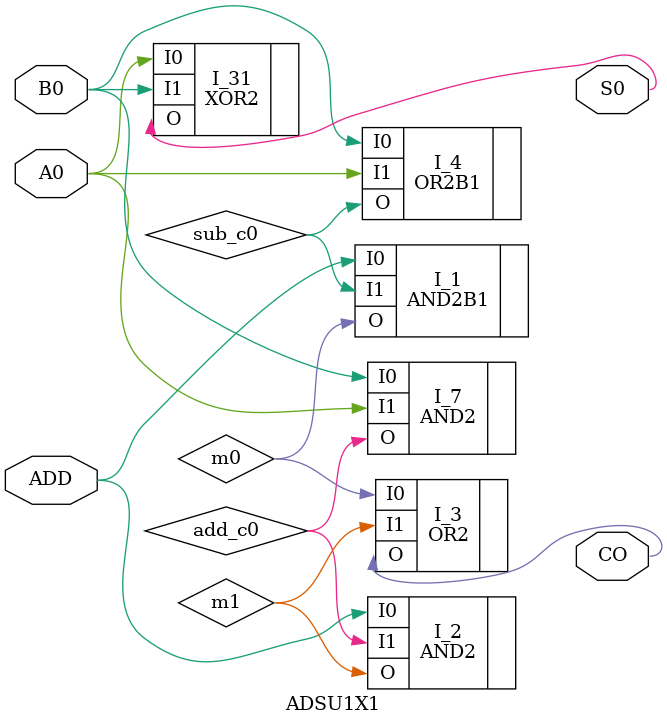
<source format=v>

module ADSU1X1( CO, S0, A0, ADD, B0 );


output  CO, S0;

input  A0, ADD, B0;

`ifdef SYNTH
`else

    specify
	specparam CDS_LIBNAME  = "xc9000";
	specparam CDS_CELLNAME = "ADSU1X1";
	specparam CDS_VIEWNAME = "schematic";
    endspecify

    XOR2  I_31( .I0(A0), .I1(B0), .O(S0));
    AND2B1 I_1( .I0(ADD), .I1(sub_c0), .O(m0));
    AND2   I_2( .I0(ADD), .I1(add_c0), .O(m1));
    OR2    I_3( .I0(m0), .I1(m1), .O(CO));
    OR2B1  I_4( .I0(B0), .I1(A0), .O(sub_c0));
    AND2  I_7( .I0(B0), .O(add_c0), .I1(A0));

`endif

endmodule

</source>
